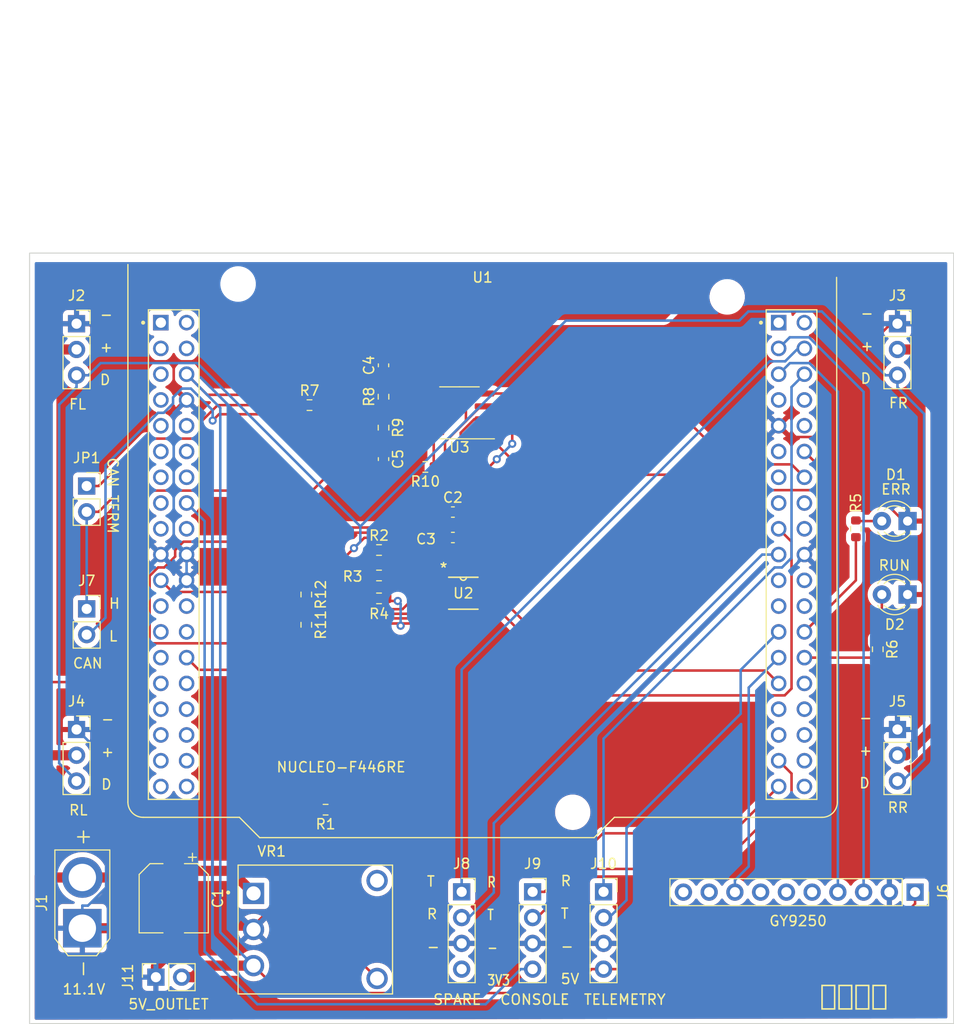
<source format=kicad_pcb>
(kicad_pcb (version 20221018) (generator pcbnew)
  (layers (0 "F.Cu" signal) (31 "B.Cu" signal) (34 "B.Paste" user) (35 "F.Paste" user) (36 "B.SilkS" user "B.Silkscreen") (37 "F.SilkS" user "F.Silkscreen") (38 "B.Mask" user) (39 "F.Mask" user) (44 "Edge.Cuts" user))
  (net 0 "")
  (net 1 "GND")
  (net 2 "Net-(D1-A)")
  (net 3 "Net-(D2-A)")
  (net 4 "+5V")
  (net 5 "GY_SCL")
  (net 6 "GY_SDA")
  (net 10 "GY_INT")
  (net 13 "Net-(J9-RX)")
  (net 14 "Net-(J9-TX)")
  (net 15 "+3.3V")
  (net 16 "Net-(J10-RX)")
  (net 17 "Net-(J10-TX)")
  (net 18 "LED_ERR")
  (net 19 "LED_RUN")
  (net 20 "Net-(JP1-A)")
  (net 21 "Net-(J7-CANL)")
  (net 22 "Net-(C4-Pad1)")
  (net 23 "Net-(J7-CANH)")
  (net 24 "Net-(C5-Pad1)")
  (net 25 "Net-(U3-Rs)")
  (net 26 "Net-(U1A-PA0)")
  (net 27 "+BATT")
  (net 28 "CAN_TX")
  (net 29 "CAN_RX")
  (net 31 "MOTOR_TXE")
  (net 32 "Net-(J2-DATA)")
  (net 33 "MOTOR_TX")
  (net 34 "MOTOR_RX")
  (net 63 "Net-(J8-TX)")
  (net 70 "Net-(J8-RX)")
  (net 80 "Net-(VR1-VO_ADJ)")
  (footprint "Capacitor_SMD:C_0603_1608Metric" (layer "F.Cu") (at 153.289 61.1 90)
    (fp_text reference "C4")
    (fp_text value "560p")
  )
  (footprint "Capacitor_SMD:C_0603_1608Metric" (layer "F.Cu") (at 160.134 75.565)
    (fp_text reference "C2")
    (fp_text value "0.1u")
  )
  (footprint "Resistor_SMD:R_0603_1608Metric" (layer "F.Cu") (at 145.669 86.677 -90)
    (fp_text reference "R11")
    (fp_text value "12k")
  )
  (footprint "Resistor_SMD:R_0603_1608Metric" (layer "F.Cu") (at 153.289 64.198 90)
    (fp_text reference "R8")
    (fp_text value "100")
  )
  (footprint "Resistor_SMD:R_0603_1608Metric" (layer "F.Cu") (at 152.845 79.308)
    (fp_text reference "R2")
    (fp_text value "10k")
  )
  (footprint "Connector_PinSocket_2.54mm:PinSocket_1x04_P2.54mm_Vertical" (layer "F.Cu") (at 175 113)
    (fp_text reference "J10")
    (fp_text value "TELEMETRY_UART")
  )
  (footprint "Resistor_SMD:R_0603_1608Metric" (layer "F.Cu") (at 199.898 77.216 -90)
    (fp_text reference "R5")
    (fp_text value "100")
  )
  (footprint "Connector_PinSocket_2.54mm:PinSocket_1x04_P2.54mm_Vertical" (layer "F.Cu") (at 168 113)
    (fp_text reference "J9")
    (fp_text value "CONSOLE_UART")
  )
  (footprint "Connector_PinSocket_2.54mm:PinSocket_1x02_P2.54mm_Vertical" (layer "F.Cu") (at 124 73)
    (fp_text reference "JP1")
    (fp_text value "TERMINAL_R")
  )
  (footprint "Connector_PinSocket_2.54mm:PinSocket_1x03_P2.54mm_Vertical" (layer "F.Cu") (at 204 97)
    (fp_text reference "J5")
    (fp_text value "MOTOR_RR")
  )
  (footprint "Connector_PinSocket_2.54mm:PinSocket_1x02_P2.54mm_Vertical" (layer "F.Cu") (at 124 85.11)
    (fp_text reference "J7")
    (fp_text value "Screw_Terminal_01x02")
  )
  (footprint "Resistor_SMD:R_0603_1608Metric" (layer "F.Cu") (at 157.417 71.12 180)
    (fp_text reference "R10")
    (fp_text value "10k")
  )
  (footprint "PTH08080WAH:VREG_PTH08080WAH" (layer "F.Cu") (at 146.559 116.714)
    (fp_text reference "VR1")
    (fp_text value "PTH08080WAH")
  )
  (footprint "Connector_PinSocket_2.54mm:PinSocket_1x03_P2.54mm_Vertical" (layer "F.Cu") (at 123 57)
    (fp_text reference "J2")
    (fp_text value "MOTOR_FL")
  )
  (footprint "Connector_PinSocket_2.54mm:PinSocket_1x03_P2.54mm_Vertical" (layer "F.Cu") (at 123 97)
    (fp_text reference "J4")
    (fp_text value "MOTOR_RL")
  )
  (footprint "Connector_PinSocket_2.54mm:PinSocket_1x03_P2.54mm_Vertical" (layer "F.Cu") (at 204 57)
    (fp_text reference "J3")
    (fp_text value "MOTOR_FR")
  )
  (footprint "Package_SO:SOIC-8_3.9x4.9mm_P1.27mm" (layer "F.Cu") (at 160.782 65.786 180)
    (fp_text reference "U3")
    (fp_text value "MCP2551-I-SN")
  )
  (footprint "Connector_PinSocket_2.54mm:PinSocket_1x02_P2.54mm_Vertical" (layer "F.Cu") (at 130.83 121.412 90)
    (fp_text reference "J11")
    (fp_text value "5V_OUTLET")
  )
  (footprint "Connector_AMASS:AMASS_XT30U-F_1x02_P5.0mm_Vertical" (layer "F.Cu") (at 123.571 116.586 90)
    (fp_text reference "J1")
    (fp_text value "Conn_01x02")
  )
  (footprint "Resistor_SMD:R_0603_1608Metric" (layer "F.Cu") (at 153.289 67.247 -90)
    (fp_text reference "R9")
    (fp_text value "100")
  )
  (footprint "LED_THT:LED_D3.0mm" (layer "F.Cu") (at 205 83.693 180)
    (fp_text reference "D2")
    (fp_text value "LED_RUN")
  )
  (footprint "PTH08080WAH:DCT8" (layer "F.Cu") (at 161.163 83.566)
    (fp_text reference "U2")
    (fp_text value "74LVC2G241DCTRE4")
  )
  (footprint "Connector_PinSocket_2.54mm:PinSocket_1x04_P2.54mm_Vertical" (layer "F.Cu") (at 161 113)
    (fp_text reference "J8")
    (fp_text value "SPARE_UART")
  )
  (footprint "Capacitor_SMD:C_0603_1608Metric" (layer "F.Cu") (at 153.289 70.345 -90)
    (fp_text reference "C5")
    (fp_text value "560p")
  )
  (footprint "Connector_PinSocket_2.54mm:PinSocket_1x10_P2.54mm_Vertical" (layer "F.Cu") (at 205.74 113.03 -90)
    (fp_text reference "J6")
    (fp_text value "GY-9250")
  )
  (footprint "NUCLEO-F446RE:MODULE_NUCLEO-F446RE" (layer "F.Cu") (at 163.068 66.406)
    (fp_text reference "U1")
    (fp_text value "NUCLEO-F446RE")
  )
  (footprint "Resistor_SMD:R_0603_1608Metric" (layer "F.Cu") (at 202.057 89.09 -90)
    (fp_text reference "R6")
    (fp_text value "100")
  )
  (footprint "LED_THT:LED_D3.0mm" (layer "F.Cu") (at 205 76.454 180)
    (fp_text reference "D1")
    (fp_text value "LED_ERR")
  )
  (footprint "Capacitor_SMD:C_0603_1608Metric" (layer "F.Cu") (at 160.134 78.075)
    (fp_text reference "C3")
    (fp_text value "0.1u")
  )
  (footprint "Capacitor_SMD:CP_Elec_6.3x7.7" (layer "F.Cu") (at 132.588 113.632 -90)
    (fp_text reference "C1")
    (fp_text value "100u")
  )
  (footprint "Resistor_SMD:R_0603_1608Metric" (layer "F.Cu") (at 145.669 83.692 -90)
    (fp_text reference "R12")
    (fp_text value "2.4k")
  )
  (footprint "Resistor_SMD:R_0603_1608Metric" (layer "F.Cu") (at 152.845 84.074)
    (fp_text reference "R4")
    (fp_text value "10k")
  )
  (footprint "Resistor_SMD:R_0603_1608Metric" (layer "F.Cu") (at 152.845 81.818)
    (fp_text reference "R3")
    (fp_text value "10k")
  )
  (footprint "Resistor_SMD:R_0603_1608Metric" (layer "F.Cu") (at 147.574 104.902 180)
    (fp_text reference "R1")
    (fp_text value "348")
  )
  (footprint "Resistor_SMD:R_0603_1608Metric" (layer "F.Cu") (at 145.987 65.024)
    (fp_text reference "R7")
    (fp_text value "120")
  )
  (gr_rect (start 118.364 50.038) (end 209.55 125.984) (stroke (width 0.1)) (fill none) (layer "Edge.Cuts"))
  (gr_text "-\n\n+\n\nD" (at 125.222 63.119) (layer "F.SilkS") (effects (font (size 1 1)) (justify left bottom)))
  (gr_text "H\n\nL" (at 126.111 88.392) (layer "F.SilkS") (effects (font (size 1 1)) (justify left bottom)))
  (gr_text "RR" (at 202.946 105.283) (layer "F.SilkS") (effects (font (size 1 1)) (justify left bottom)))
  (gr_text "GY9250\n" (at 191.262 116.459) (layer "F.SilkS") (effects (font (size 1 1)) (justify left bottom)))
  (gr_text "-\n\n+\n\nD" (at 200.152 102.87) (layer "F.SilkS") (effects (font (size 1 1)) (justify left bottom)))
  (gr_text "칠전팔기" (at 152.273 53.086) (layer "F.SilkS") (effects (font (size 1 1)) (justify left bottom)))
  (gr_text "칠전팔기" (at 196.342 124.46) (layer "F.SilkS") (effects (font (size 2 2)) (justify left bottom)))
  (gr_text "ERR" (at 202.311 73.914) (layer "F.SilkS") (effects (font (size 1 1)) (justify left bottom)))
  (gr_text "RL\n" (at 122.174 105.537) (layer "F.SilkS") (effects (font (size 1 1)) (justify left bottom)))
  (gr_text "CONSOLE\n" (at 164.719 124.206) (layer "F.SilkS") (effects (font (size 1 1)) (justify left bottom)))
  (gr_text "CAN TERM" (at 125.984 70.104 -90) (layer "F.SilkS") (effects (font (size 1 1)) (justify left bottom)))
  (gr_text "T\n\nR\n\n-" (at 157.48 118.999) (layer "F.SilkS") (effects (font (size 1 1)) (justify left bottom)))
  (gr_text "FL" (at 122.174 65.532) (layer "F.SilkS") (effects (font (size 1 1)) (justify left bottom)))
  (gr_text "-\n\n+\n\nD" (at 200.279 62.992) (layer "F.SilkS") (effects (font (size 1 1)) (justify left bottom)))
  (gr_text "CAN" (at 122.555 91.059) (layer "F.SilkS") (effects (font (size 1 1)) (justify left bottom)))
  (gr_text "RUN" (at 202.057 81.407) (layer "F.SilkS") (effects (font (size 1 1)) (justify left bottom)))
  (gr_text "SPARE" (at 158.115 124.206) (layer "F.SilkS") (effects (font (size 1 1)) (justify left bottom)))
  (gr_text "11.1V\n" (at 121.539 123.19) (layer "F.SilkS") (effects (font (size 1 1)) (justify left bottom)))
  (gr_text "FR" (at 203.073 65.405) (layer "F.SilkS") (effects (font (size 1 1)) (justify left bottom)))
  (gr_text "R\n\nT\n\n-\n\n3V3" (at 163.449 122.301) (layer "F.SilkS") (effects (font (size 1 0.8)) (justify left bottom)))
  (gr_text "R\n\nT\n\n-\n\n5V\n" (at 170.688 122.174) (layer "F.SilkS") (effects (font (size 1 1)) (justify left bottom)))
  (gr_text "-\n\n+\n\nD" (at 125.349 102.997) (layer "F.SilkS") (effects (font (size 1 1)) (justify left bottom)))
  (gr_text "TELEMETRY\n" (at 172.974 124.206) (layer "F.SilkS") (effects (font (size 1 1)) (justify left bottom)))
  (segment (start 199.35 75.2237) (end 199.35 75.057) (width 0.25) (layer "F.Cu") (net 1))
  (segment (start 145.669 82.867) (end 146.085 82.4507) (width 0.25) (layer "F.Cu") (net 1))
  (segment (start 147.585 82.4507) (end 147.585 79.999) (width 0.25) (layer "F.Cu") (net 1))
  (segment (start 152.908 60.706) (end 132.588 60.706) (width 0.25) (layer "F.Cu") (net 1))
  (segment (start 158.36 84.541) (end 159.4676 84.541) (width 0.25) (layer "F.Cu") (net 1))
  (segment (start 154.686 78.486) (end 154.686 80.802) (width 0.25) (layer "F.Cu") (net 1))
  (segment (start 154.686 80.802) (end 153.67 81.818) (width 0.25) (layer "F.Cu") (net 1))
  (segment (start 149.987 77.597) (end 153.797 77.597) (width 0.25) (layer "F.Cu") (net 1))
  (segment (start 203.2 113.03) (end 203.2 114.427) (width 0.25) (layer "F.Cu") (net 1))
  (segment (start 156.592 71.12) (end 153.289 71.12) (width 0.25) (layer "F.Cu") (net 1))
  (segment (start 159.4676 84.541) (end 159.468 84.541) (width 0.25) (layer "F.Cu") (net 1))
  (segment (start 199.35 75.057) (end 199.35 75.2237) (width 0.25) (layer "F.Cu") (net 1))
  (segment (start 130.83 120.376) (end 132.588 118.618) (width 1) (layer "F.Cu") (net 1))
  (segment (start 203.073 74.93) (end 199.477 74.93) (width 0.25) (layer "F.Cu") (net 1))
  (segment (start 160.909 76.3887) (end 160.909 75.565) (width 0.25) (layer "F.Cu") (net 1))
  (segment (start 162.235 66.421) (end 163.257 66.421) (width 0.25) (layer "F.Cu") (net 1))
  (segment (start 160.909 76.3887) (end 160.909 78.075) (width 0.25) (layer "F.Cu") (net 1))
  (segment (start 199.35 75.2237) (end 194.818 79.756) (width 0.25) (layer "F.Cu") (net 1))
  (segment (start 168 118.08) (end 161 118.08) (width 0.25) (layer "F.Cu") (net 1))
  (segment (start 205 76.454) (end 204.597 76.454) (width 0.25) (layer "F.Cu") (net 1))
  (segment (start 147.585 83.0691) (end 150.561 86.045) (width 0.25) (layer "F.Cu") (net 1))
  (segment (start 197.326 68.1672) (end 197.326 63.0241) (width 0.25) (layer "F.Cu") (net 1))
  (segment (start 197.326 63.0241) (end 203.35 57) (width 0.25) (layer "F.Cu") (net 1))
  (segment (start 199.477 74.93) (end 199.35 75.057) (width 0.25) (layer "F.Cu") (net 1))
  (segment (start 146.749 110.047) (end 146.749 104.902) (width 0.25) (layer "F.Cu") (net 1))
  (segment (start 158.877 76.835) (end 156.592 74.55) (width 0.25) (layer "F.Cu") (net 1))
  (segment (start 132.588 118.618) (end 132.588 116.332) (width 1) (layer "F.Cu") (net 1))
  (segment (start 154.686 78.486) (end 155.448 79.248) (width 0.25) (layer "F.Cu") (net 1))
  (segment (start 127.883 60.706) (end 124.177 57) (width 0.25) (layer "F.Cu") (net 1))
  (segment (start 132.588 63.246) (end 132.588 60.706) (width 0.25) (layer "F.Cu") (net 1))
  (segment (start 146.085 82.4507) (end 147.585 82.4507) (width 0.25) (layer "F.Cu") (net 1))
  (segment (start 204.597 76.454) (end 203.073 74.93) (width 0.25) (layer "F.Cu") (net 1))
  (segment (start 192.278 67.056) (end 193.389 68.1672) (width 0.25) (layer "F.Cu") (net 1))
  (segment (start 203.2 114.427) (end 199.547 118.08) (width 0.25) (layer "F.Cu") (net 1))
  (segment (start 193.389 68.1672) (end 197.326 68.1672) (width 0.25) (layer "F.Cu") (net 1))
  (segment (start 147.585 79.999) (end 149.987 77.597) (width 0.25) (layer "F.Cu") (net 1))
  (segment (start 160.909 75.565) (end 160.909 67.7474) (width 0.25) (layer "F.Cu") (net 1))
  (segment (start 156.592 74.55) (end 156.592 71.12) (width 0.25) (layer "F.Cu") (net 1))
  (segment (start 159.736 79.248) (end 160.909 78.075) (width 0.25) (layer "F.Cu") (net 1))
  (segment (start 155.448 79.248) (end 159.736 79.248) (width 0.25) (layer "F.Cu") (net 1))
  (segment (start 132.588 116.332) (end 140.082 116.332) (width 1) (layer "F.Cu") (net 1))
  (segment (start 160.909 76.3887) (end 160.463 76.835) (width 0.25) (layer "F.Cu") (net 1))
  (segment (start 160.463 76.835) (end 158.877 76.835) (width 0.25) (layer "F.Cu") (net 1))
  (segment (start 133.858 64.516) (end 132.588 63.246) (width 0.25) (layer "F.Cu") (net 1))
  (segment (start 140.273 116.523) (end 140.464 116.714) (width 1) (layer "F.Cu") (net 1))
  (segment (start 168 118.08) (end 175 118.08) (width 0.25) (layer "F.Cu") (net 1))
  (segment (start 135.128 81.026) (end 143.828 81.026) (width 0.25) (layer "F.Cu") (net 1))
  (segment (start 199.35 70.1916) (end 197.326 68.1672) (width 0.25) (layer "F.Cu") (net 1))
  (segment (start 153.289 60.325) (end 152.908 60.706) (width 0.25) (layer "F.Cu") (net 1))
  (segment (start 132.334 116.586) (end 132.588 116.332) (width 1) (layer "F.Cu") (net 1))
  (segment (start 156.856 86.045) (end 158.36 84.541) (width 0.25) (layer "F.Cu") (net 1))
  (segment (start 199.547 118.08) (end 175 118.08) (width 0.25) (layer "F.Cu") (net 1))
  (segment (start 153.797 77.597) (end 154.686 78.486) (width 0.25) (layer "F.Cu") (net 1))
  (segment (start 150.561 86.045) (end 156.856 86.045) (width 0.25) (layer "F.Cu") (net 1))
  (segment (start 124.177 57) (end 123 57) (width 0.25) (layer "F.Cu") (net 1))
  (segment (start 160.909 67.7474) (end 162.235 66.421) (width 0.25) (layer "F.Cu") (net 1))
  (segment (start 143.828 81.026) (end 145.669 82.867) (width 0.25) (layer "F.Cu") (net 1))
  (segment (start 140.082 116.332) (end 140.273 116.523) (width 1) (layer "F.Cu") (net 1))
  (segment (start 123.571 116.586) (end 132.334 116.586) (width 1) (layer "F.Cu") (net 1))
  (segment (start 203.35 57) (end 204 57) (width 0.25) (layer "F.Cu") (net 1))
  (segment (start 132.588 60.706) (end 127.883 60.706) (width 0.25) (layer "F.Cu") (net 1))
  (segment (start 140.273 116.523) (end 146.749 110.047) (width 0.25) (layer "F.Cu") (net 1))
  (segment (start 199.35 75.057) (end 199.35 70.1916) (width 0.25) (layer "F.Cu") (net 1))
  (segment (start 133.858 79.756) (end 135.128 81.026) (width 0.25) (layer "F.Cu") (net 1))
  (segment (start 147.585 82.4507) (end 147.585 83.0691) (width 0.25) (layer "F.Cu") (net 1))
  (segment (start 130.83 121.412) (end 130.83 120.376) (width 1) (layer "F.Cu") (net 1))
  (segment (start 127.858 83.2163) (end 131.318 79.756) (width 0.25) (layer "B.Cu") (net 1))
  (segment (start 205 83.693) (end 205 76.454) (width 0.25) (layer "B.Cu") (net 1))
  (segment (start 132.588 65.786) (end 133.858 64.516) (width 0.25) (layer "B.Cu") (net 1))
  (segment (start 123 95.8231) (end 127.858 90.9654) (width 0.25) (layer "B.Cu") (net 1))
  (segment (start 205 84.9199) (end 204 85.9199) (width 0.25) (layer "B.Cu") (net 1))
  (segment (start 123.571 114.359) (end 124.128 114.359) (width 0.25) (layer "B.Cu") (net 1))
  (segment (start 127.858 90.9654) (end 127.858 83.2163) (width 0.25) (layer "B.Cu") (net 1))
  (segment (start 202.974 97) (end 204 97) (width 0.25) (layer "B.Cu") (net 1))
  (segment (start 203.2 111.853) (end 201.676 110.329) (width 0.25) (layer "B.Cu") (net 1))
  (segment (start 203.2 113.03) (end 203.2 111.853) (width 0.25) (layer "B.Cu") (net 1))
  (segment (start 124.128 114.359) (end 125.91 112.577) (width 0.25) (layer "B.Cu") (net 1))
  (segment (start 201.676 110.329) (end 201.676 98.298) (width 0.25) (layer "B.Cu") (net 1))
  (segment (start 123.571 116.586) (end 123.571 114.359) (width 0.25) (layer "B.Cu") (net 1))
  (segment (start 201.676 98.298) (end 202.974 97) (width 0.25) (layer "B.Cu") (net 1))
  (segment (start 141.83 118.08) (end 140.464 116.714) (width 0.25) (layer "B.Cu") (net 1))
  (segment (start 205 83.693) (end 205 84.9199) (width 0.25) (layer "B.Cu") (net 1))
  (segment (start 131.318 79.756) (end 132.588 78.486) (width 0.25) (layer "B.Cu") (net 1))
  (segment (start 204 85.9199) (end 204 97) (width 0.25) (layer "B.Cu") (net 1))
  (segment (start 132.588 78.486) (end 132.588 65.786) (width 0.25) (layer "B.Cu") (net 1))
  (segment (start 123 97) (end 123 95.8231) (width 0.25) (layer "B.Cu") (net 1))
  (segment (start 161 118.08) (end 141.83 118.08) (width 0.25) (layer "B.Cu") (net 1))
  (segment (start 123.035 97) (end 123 97) (width 0.25) (layer "B.Cu") (net 1))
  (segment (start 132.747 78.6447) (end 132.588 78.486) (width 0.25) (layer "B.Cu") (net 1))
  (segment (start 125.91 99.8748) (end 123.035 97) (width 0.25) (layer "B.Cu") (net 1))
  (segment (start 133.858 82.296) (end 133.858 79.756) (width 0.25) (layer "B.Cu") (net 1))
  (segment (start 133.858 79.756) (end 132.747 78.6447) (width 0.25) (layer "B.Cu") (net 1))
  (segment (start 125.91 112.577) (end 125.91 99.8748) (width 0.25) (layer "B.Cu") (net 1))
  (segment (start 199.961 76.454) (end 199.898 76.391) (width 0.25) (layer "F.Cu") (net 2))
  (segment (start 202.46 76.454) (end 199.961 76.454) (width 0.25) (layer "F.Cu") (net 2))
  (segment (start 202.46 87.862) (end 202.057 88.265) (width 0.25) (layer "F.Cu") (net 3))
  (segment (start 202.46 83.693) (end 202.46 87.862) (width 0.25) (layer "F.Cu") (net 3))
  (segment (start 163.696 65.151) (end 163.257 65.151) (width 0.25) (layer "F.Cu") (net 4))
  (segment (start 153.133 82.931) (end 152.823 82.6207) (width 0.25) (layer "F.Cu") (net 4))
  (segment (start 161.751 81.4544) (end 162.179 81.026) (width 0.25) (layer "F.Cu") (net 4))
  (segment (start 161.751 81.534) (end 161.751 81.4544) (width 0.25) (layer "F.Cu") (net 4))
  (segment (start 161.751 82.0637) (end 161.751 82.591) (width 0.25) (layer "F.Cu") (net 4))
  (segment (start 134.488 121.412) (end 133.37 121.412) (width 1) (layer "F.Cu") (net 4))
  (segment (start 155.956 81.534) (end 154.559 82.931) (width 0.25) (layer "F.Cu") (net 4))
  (segment (start 143.165 122.975) (end 171.468 122.975) (width 0.25) (layer "F.Cu") (net 4))
  (segment (start 152.823 82.6207) (end 152.823 80.1111) (width 0.25) (layer "F.Cu") (net 4))
  (segment (start 161.42 66.5951) (end 159.359 68.6561) (width 0.25) (layer "F.Cu") (net 4))
  (segment (start 152.02 84.074) (end 152.02 83.438) (width 0.25) (layer "F.Cu") (net 4))
  (segment (start 161.42 64.519) (end 161.42 66.5951) (width 0.25) (layer "F.Cu") (net 4))
  (segment (start 135.89 64.008) (end 151.765 64.008) (width 0.25) (layer "F.Cu") (net 4))
  (segment (start 165.989 66.908) (end 164.232 65.151) (width 0.25) (layer "F.Cu") (net 4))
  (segment (start 152.823 82.6349) (end 152.823 82.6207) (width 0.25) (layer "F.Cu") (net 4))
  (segment (start 199.293 120.62) (end 205.74 114.173) (width 0.25) (layer "F.Cu") (net 4))
  (segment (start 164.232 65.151) (end 163.696 65.151) (width 0.25) (layer "F.Cu") (net 4))
  (segment (start 161.751 82.591) (end 162.858 82.591) (width 0.25) (layer "F.Cu") (net 4))
  (segment (start 152.02 84.328) (end 152.02 84.074) (width 0.25) (layer "F.Cu") (net 4))
  (segment (start 162.179 81.026) (end 162.179 72.644) (width 0.25) (layer "F.Cu") (net 4))
  (segment (start 162.179 72.644) (end 164.465 70.358) (width 0.25) (layer "F.Cu") (net 4))
  (segment (start 205.74 114.173) (end 205.74 113.03) (width 0.25) (layer "F.Cu") (net 4))
  (segment (start 161.751 82.0637) (end 161.751 81.534) (width 0.25) (layer "F.Cu") (net 4))
  (segment (start 156.72 62.738) (end 159.639 62.738) (width 0.25) (layer "F.Cu") (net 4))
  (segment (start 151.892 64.135) (end 155.323 64.135) (width 0.25) (layer "F.Cu") (net 4))
  (segment (start 175 120.62) (end 199.293 120.62) (width 0.25) (layer "F.Cu") (net 4))
  (segment (start 135.626 120.274) (end 134.488 121.412) (width 1) (layer "F.Cu") (net 4))
  (segment (start 163.696 65.151) (end 163.257 65.151) (width 0.25) (layer "F.Cu") (net 4))
  (segment (start 161.751 81.534) (end 155.956 81.534) (width 0.25) (layer "F.Cu") (net 4))
  (segment (start 165.989 68.834) (end 165.989 66.908) (width 0.25) (layer "F.Cu") (net 4))
  (segment (start 155.323 64.135) (end 156.72 62.738) (width 0.25) (layer "F.Cu") (net 4))
  (segment (start 151.765 64.008) (end 151.892 64.135) (width 0.25) (layer "F.Cu") (net 4))
  (segment (start 152.02 83.438) (end 152.823 82.6349) (width 0.25) (layer "F.Cu") (net 4))
  (segment (start 173.823 120.62) (end 175 120.62) (width 0.25) (layer "F.Cu") (net 4))
  (segment (start 159.639 62.738) (end 161.42 64.519) (width 0.25) (layer "F.Cu") (net 4))
  (segment (start 154.559 82.931) (end 153.133 82.931) (width 0.25) (layer "F.Cu") (net 4))
  (segment (start 133.858 61.976) (end 135.89 64.008) (width 0.25) (layer "F.Cu") (net 4))
  (segment (start 152.823 80.1111) (end 152.02 79.308) (width 0.25) (layer "F.Cu") (net 4))
  (segment (start 162.864 65.151) (end 161.42 66.5951) (width 0.25) (layer "F.Cu") (net 4))
  (segment (start 163.257 65.151) (end 162.864 65.151) (width 0.25) (layer "F.Cu") (net 4))
  (segment (start 161.751 82.0637) (end 161.751 81.534) (width 0.25) (layer "F.Cu") (net 4))
  (segment (start 162.858 82.591) (end 162.8585 82.591) (width 0.25) (layer "F.Cu") (net 4))
  (segment (start 140.464 120.274) (end 135.626 120.274) (width 1) (layer "F.Cu") (net 4))
  (segment (start 171.468 122.975) (end 173.823 120.62) (width 0.25) (layer "F.Cu") (net 4))
  (segment (start 140.464 120.274) (end 143.165 122.975) (width 0.25) (layer "F.Cu") (net 4))
  (segment (start 159.359 68.6561) (end 159.359 75.565) (width 0.25) (layer "F.Cu") (net 4))
  (via (at 165.989 68.834) (size 0.8) (drill 0.4) (layers "F.Cu" "B.Cu") (net 4))
  (via (at 164.465 70.358) (size 0.8) (drill 0.4) (layers "F.Cu" "B.Cu") (net 4))
  (segment (start 165.862 68.961) (end 165.626 69.1965) (width 0.25) (layer "B.Cu") (net 4))
  (segment (start 133.858 61.976) (end 137.181 65.2989) (width 0.25) (layer "B.Cu") (net 4))
  (segment (start 165.989 68.834) (end 165.862 68.961) (width 0.25) (layer "B.Cu") (net 4))
  (segment (start 164.465 70.358) (end 165.862 68.961) (width 0.25) (layer "B.Cu") (net 4))
  (segment (start 137.181 65.2989) (end 137.181 116.991) (width 0.25) (layer "B.Cu") (net 4))
  (segment (start 137.181 116.991) (end 140.464 120.274) (width 0.25) (layer "B.Cu") (net 4))
  (segment (start 195.283 58.3404) (end 200.66 63.7171) (width 0.25) (layer "B.Cu") (net 5))
  (segment (start 200.66 63.7171) (end 200.66 113.03) (width 0.25) (layer "B.Cu") (net 5))
  (segment (start 193.374 58.3404) (end 195.283 58.3404) (width 0.25) (layer "B.Cu") (net 5))
  (segment (start 192.278 59.436) (end 193.374 58.3404) (width 0.25) (layer "B.Cu") (net 5))
  (segment (start 195.307 60.8824) (end 198.12 63.6958) (width 0.25) (layer "B.Cu") (net 6))
  (segment (start 193.385 60.8824) (end 195.307 60.8824) (width 0.25) (layer "B.Cu") (net 6))
  (segment (start 198.12 63.6958) (end 198.12 113.03) (width 0.25) (layer "B.Cu") (net 6))
  (segment (start 192.278 61.976) (end 192.291 61.976) (width 0.25) (layer "B.Cu") (net 6))
  (segment (start 192.291 61.976) (end 193.385 60.8824) (width 0.25) (layer "B.Cu") (net 6))
  (segment (start 187.96 113.03) (end 187.96 111.853) (width 0.25) (layer "B.Cu") (net 10))
  (segment (start 189.325 110.488) (end 189.325 92.8694) (width 0.25) (layer "B.Cu") (net 10))
  (segment (start 187.96 111.853) (end 189.325 110.488) (width 0.25) (layer "B.Cu") (net 10))
  (segment (start 189.325 92.8694) (end 192.278 89.916) (width 0.25) (layer "B.Cu") (net 10))
  (segment (start 187.663 107.231) (end 192.278 102.616) (width 0.25) (layer "F.Cu") (net 13))
  (segment (start 168 113) (end 169.177 113) (width 0.25) (layer "F.Cu") (net 13))
  (segment (start 174.946 107.231) (end 187.663 107.231) (width 0.25) (layer "F.Cu") (net 13))
  (segment (start 169.177 113) (end 174.946 107.231) (width 0.25) (layer "F.Cu") (net 13))
  (segment (start 168.432 115.54) (end 168 115.54) (width 0.25) (layer "F.Cu") (net 14))
  (segment (start 192.278 100.076) (end 193.548 101.346) (width 0.25) (layer "F.Cu") (net 14))
  (segment (start 193.548 103.378) (end 186.182 110.744) (width 0.25) (layer "F.Cu") (net 14))
  (segment (start 173.228 110.744) (end 168.432 115.54) (width 0.25) (layer "F.Cu") (net 14))
  (segment (start 186.182 110.744) (end 173.228 110.744) (width 0.25) (layer "F.Cu") (net 14))
  (segment (start 193.548 101.346) (end 193.548 103.378) (width 0.25) (layer "F.Cu") (net 14))
  (segment (start 166.823 120.62) (end 168 120.62) (width 0.25) (layer "B.Cu") (net 15))
  (segment (start 163.364 124.079) (end 166.823 120.62) (width 0.25) (layer "B.Cu") (net 15))
  (segment (start 133.858 74.676) (end 135.636 76.454) (width 0.25) (layer "B.Cu") (net 15))
  (segment (start 135.636 76.454) (end 135.636 118.872) (width 0.25) (layer "B.Cu") (net 15))
  (segment (start 135.636 118.872) (end 140.843 124.079) (width 0.25) (layer "B.Cu") (net 15))
  (segment (start 140.843 124.079) (end 163.364 124.079) (width 0.25) (layer "B.Cu") (net 15))
  (segment (start 193.548 63.246) (end 193.548 80.0885) (width 0.25) (layer "B.Cu") (net 16))
  (segment (start 175 97.9038) (end 175 113) (width 0.25) (layer "B.Cu") (net 16))
  (segment (start 193.548 80.0885) (end 192.61 81.026) (width 0.25) (layer "B.Cu") (net 16))
  (segment (start 186.798 86.106) (end 175 97.9038) (width 0.25) (layer "B.Cu") (net 16))
  (segment (start 194.818 61.976) (end 193.548 63.246) (width 0.25) (layer "B.Cu") (net 16))
  (segment (start 191.878 81.026) (end 186.798 86.106) (width 0.25) (layer "B.Cu") (net 16))
  (segment (start 192.61 81.026) (end 191.878 81.026) (width 0.25) (layer "B.Cu") (net 16))
  (segment (start 175 115.54) (end 175.544 115.54) (width 0.25) (layer "B.Cu") (net 17))
  (segment (start 177.268 106.704) (end 185.087 98.8854) (width 0.25) (layer "B.Cu") (net 17))
  (segment (start 188.531 95.4414) (end 188.531 91.1226) (width 0.25) (layer "B.Cu") (net 17))
  (segment (start 177.268 113.816) (end 177.268 106.704) (width 0.25) (layer "B.Cu") (net 17))
  (segment (start 175.544 115.54) (end 177.268 113.816) (width 0.25) (layer "B.Cu") (net 17))
  (segment (start 188.531 91.1226) (end 192.278 87.376) (width 0.25) (layer "B.Cu") (net 17))
  (segment (start 185.087 98.8854) (end 188.531 95.4414) (width 0.25) (layer "B.Cu") (net 17))
  (segment (start 199.898 82.296) (end 199.898 78.041) (width 0.25) (layer "F.Cu") (net 18))
  (segment (start 194.818 87.376) (end 199.898 82.296) (width 0.25) (layer "F.Cu") (net 18))
  (segment (start 194.818 89.916) (end 202.056 89.916) (width 0.25) (layer "F.Cu") (net 19))
  (segment (start 202.056 89.916) (end 202.057 89.915) (width 0.25) (layer "F.Cu") (net 19))
  (segment (start 135.256 66.6922) (end 135.256 68.0708) (width 0.25) (layer "F.Cu") (net 20))
  (segment (start 145.162 65.024) (end 136.924 65.024) (width 0.25) (layer "F.Cu") (net 20))
  (segment (start 135.256 68.0708) (end 135.001 68.326) (width 0.25) (layer "F.Cu") (net 20))
  (segment (start 136.924 65.024) (end 135.256 66.6922) (width 0.25) (layer "F.Cu") (net 20))
  (segment (start 135.001 68.326) (end 129.851 68.326) (width 0.25) (layer "F.Cu") (net 20))
  (segment (start 125.177 73) (end 124 73) (width 0.25) (layer "F.Cu") (net 20))
  (segment (start 129.851 68.326) (end 125.177 73) (width 0.25) (layer "F.Cu") (net 20))
  (segment (start 153.417 65.151) (end 153.289 65.023) (width 0.25) (layer "F.Cu") (net 21))
  (segment (start 146.812 65.024) (end 145.909 65.9266) (width 0.25) (layer "F.Cu") (net 21))
  (segment (start 158.307 65.151) (end 153.417 65.151) (width 0.25) (layer "F.Cu") (net 21))
  (segment (start 137.05 65.9266) (end 136.43 66.5467) (width 0.25) (layer "F.Cu") (net 21))
  (segment (start 145.909 65.9266) (end 137.05 65.9266) (width 0.25) (layer "F.Cu") (net 21))
  (segment (start 153.289 65.023) (end 153.288 65.024) (width 0.25) (layer "F.Cu") (net 21))
  (segment (start 153.288 65.024) (end 146.812 65.024) (width 0.25) (layer "F.Cu") (net 21))
  (via (at 136.43 66.5467) (size 0.8) (drill 0.4) (layers "F.Cu" "B.Cu") (net 21))
  (segment (start 132.522 64.8693) (end 131.605 65.786) (width 0.25) (layer "B.Cu") (net 21))
  (segment (start 132.522 64.265) (end 132.522 64.8693) (width 0.25) (layer "B.Cu") (net 21))
  (segment (start 134.289 63.3958) (end 133.391 63.3958) (width 0.25) (layer "B.Cu") (net 21))
  (segment (start 131.031 65.786) (end 125.857 70.9597) (width 0.25) (layer "B.Cu") (net 21))
  (segment (start 133.391 63.3958) (end 132.522 64.265) (width 0.25) (layer "B.Cu") (net 21))
  (segment (start 136.43 66.5467) (end 136.43 65.5367) (width 0.25) (layer "B.Cu") (net 21))
  (segment (start 136.43 65.5367) (end 134.289 63.3958) (width 0.25) (layer "B.Cu") (net 21))
  (segment (start 125.857 70.9597) (end 125.857 85.979) (width 0.25) (layer "B.Cu") (net 21))
  (segment (start 131.605 65.786) (end 131.031 65.786) (width 0.25) (layer "B.Cu") (net 21))
  (segment (start 125.857 85.979) (end 124.186 87.65) (width 0.25) (layer "B.Cu") (net 21))
  (segment (start 124.186 87.65) (end 124 87.65) (width 0.25) (layer "B.Cu") (net 21))
  (segment (start 153.289 63.373) (end 153.289 61.875) (width 0.25) (layer "F.Cu") (net 22))
  (segment (start 124 75.54) (end 125.177 75.54) (width 0.25) (layer "F.Cu") (net 23))
  (segment (start 146.261 73.4504) (end 153.289 66.422) (width 0.25) (layer "F.Cu") (net 23))
  (segment (start 158.307 66.421) (end 153.29 66.421) (width 0.25) (layer "F.Cu") (net 23))
  (segment (start 125.177 75.54) (end 127.266 73.4504) (width 0.25) (layer "F.Cu") (net 23))
  (segment (start 153.29 66.421) (end 153.289 66.422) (width 0.25) (layer "F.Cu") (net 23))
  (segment (start 127.266 73.4504) (end 146.261 73.4504) (width 0.25) (layer "F.Cu") (net 23))
  (segment (start 124 85.11) (end 124 75.54) (width 0.25) (layer "B.Cu") (net 23))
  (segment (start 153.289 68.072) (end 153.289 69.57) (width 0.25) (layer "F.Cu") (net 24))
  (segment (start 158.242 67.756) (end 158.242 71.12) (width 0.25) (layer "F.Cu") (net 25))
  (segment (start 158.307 67.691) (end 158.242 67.756) (width 0.25) (layer "F.Cu") (net 25))
  (segment (start 143.28 91.1149) (end 146.477 87.9175) (width 0.25) (layer "F.Cu") (net 26))
  (segment (start 146.477 87.9175) (end 146.477 86.6603) (width 0.25) (layer "F.Cu") (net 26))
  (segment (start 146.477 86.6603) (end 145.669 85.852) (width 0.25) (layer "F.Cu") (net 26))
  (segment (start 135.057 91.1149) (end 143.28 91.1149) (width 0.25) (layer "F.Cu") (net 26))
  (segment (start 145.669 84.517) (end 145.669 85.852) (width 0.25) (layer "F.Cu") (net 26))
  (segment (start 133.858 89.916) (end 135.057 91.1149) (width 0.25) (layer "F.Cu") (net 26))
  (segment (start 141.862 78.486) (end 143.259 77.089) (width 0.25) (layer "F.Cu") (net 27))
  (segment (start 131.042 81.026) (end 131.65 81.026) (width 0.25) (layer "F.Cu") (net 27))
  (segment (start 120.015 59.563) (end 120.015 53.594) (width 1) (layer "F.Cu") (net 27))
  (segment (start 207.772 96.618) (end 204.85 99.54) (width 1) (layer "F.Cu") (net 27))
  (segment (start 120.69 111.586) (end 120.015 110.911) (width 1) (layer "F.Cu") (net 27))
  (segment (start 158.373 77.089) (end 159.359 78.075) (width 0.25) (layer "F.Cu") (net 27))
  (segment (start 130.207 88.503) (end 144.668 88.503) (width 0.25) (layer "F.Cu") (net 27))
  (segment (start 123 59.54) (end 120.038 59.54) (width 1) (layer "F.Cu") (net 27))
  (segment (start 123.571 111.586) (end 131.934 111.586) (width 1) (layer "F.Cu") (net 27))
  (segment (start 143.259 77.089) (end 158.373 77.089) (width 0.25) (layer "F.Cu") (net 27))
  (segment (start 123.571 111.586) (end 120.69 111.586) (width 1) (layer "F.Cu") (net 27))
  (segment (start 121.031 52.578) (end 133.985 52.578) (width 1) (layer "F.Cu") (net 27))
  (segment (start 130.207 81.8611) (end 131.042 81.026) (width 0.25) (layer "F.Cu") (net 27))
  (segment (start 120.015 92.325) (end 126.385 92.325) (width 0.25) (layer "F.Cu") (net 27))
  (segment (start 207.772 59.182) (end 207.414 59.54) (width 1) (layer "F.Cu") (net 27))
  (segment (start 185.42 51.562) (end 204.851 51.562) (width 1) (layer "F.Cu") (net 27))
  (segment (start 120.015 99.568) (end 120.015 97.917) (width 1) (layer "F.Cu") (net 27))
  (segment (start 133.552 78.486) (end 141.862 78.486) (width 0.25) (layer "F.Cu") (net 27))
  (segment (start 207.772 59.182) (end 207.772 96.618) (width 1) (layer "F.Cu") (net 27))
  (segment (start 133.985 52.578) (end 137.541 56.134) (width 1) (layer "F.Cu") (net 27))
  (segment (start 120.038 59.54) (end 120.015 59.563) (width 1) (layer "F.Cu") (net 27))
  (segment (start 120.015 92.325) (end 120.015 59.563) (width 1) (layer "F.Cu") (net 27))
  (segment (start 207.414 59.54) (end 204 59.54) (width 1) (layer "F.Cu") (net 27))
  (segment (start 207.772 54.483) (end 207.772 59.182) (width 1) (layer "F.Cu") (net 27))
  (segment (start 120.015 97.917) (end 120.015 97.79) (width 1) (layer "F.Cu") (net 27))
  (segment (start 120.015 53.594) (end 121.031 52.578) (width 1) (layer "F.Cu") (net 27))
  (segment (start 132.73 79.3073) (end 133.552 78.486) (width 0.25) (layer "F.Cu") (net 27))
  (segment (start 180.848 56.134) (end 185.42 51.562) (width 1) (layer "F.Cu") (net 27))
  (segment (start 204.85 99.54) (end 204 99.54) (width 1) (layer "F.Cu") (net 27))
  (segment (start 130.207 88.503) (end 130.207 81.8611) (width 0.25) (layer "F.Cu") (net 27))
  (segment (start 138.242 110.932) (end 140.464 113.154) (width 1) (layer "F.Cu") (net 27))
  (segment (start 204.851 51.562) (end 207.772 54.483) (width 1) (layer "F.Cu") (net 27))
  (segment (start 120.015 110.911) (end 120.015 99.568) (width 1) (layer "F.Cu") (net 27))
  (segment (start 132.73 79.9462) (end 132.73 79.3073) (width 0.25) (layer "F.Cu") (net 27))
  (segment (start 132.588 110.932) (end 138.242 110.932) (width 1) (layer "F.Cu") (net 27))
  (segment (start 120.043 99.54) (end 123 99.54) (width 1) (layer "F.Cu") (net 27))
  (segment (start 120.015 97.79) (end 120.015 97.917) (width 0.25) (layer "F.Cu") (net 27))
  (segment (start 126.385 92.325) (end 130.207 88.503) (width 0.25) (layer "F.Cu") (net 27))
  (segment (start 131.934 111.586) (end 132.588 110.932) (width 1) (layer "F.Cu") (net 27))
  (segment (start 120.015 97.79) (end 120.015 92.325) (width 1) (layer "F.Cu") (net 27))
  (segment (start 131.65 81.026) (end 132.73 79.9462) (width 0.25) (layer "F.Cu") (net 27))
  (segment (start 137.541 56.134) (end 180.848 56.134) (width 1) (layer "F.Cu") (net 27))
  (segment (start 120.015 99.568) (end 120.043 99.54) (width 1) (layer "F.Cu") (net 27))
  (segment (start 144.668 88.503) (end 145.669 87.502) (width 0.25) (layer "F.Cu") (net 27))
  (segment (start 190.87 73.406) (end 189.35 71.886) (width 0.25) (layer "F.Cu") (net 28))
  (segment (start 196.596 71.374) (end 196.596 72.517) (width 0.25) (layer "F.Cu") (net 28))
  (segment (start 167.452 71.886) (end 163.257 67.691) (width 0.25) (layer "F.Cu") (net 28))
  (segment (start 189.35 71.886) (end 167.452 71.886) (width 0.25) (layer "F.Cu") (net 28))
  (segment (start 195.707 73.406) (end 190.87 73.406) (width 0.25) (layer "F.Cu") (net 28))
  (segment (start 196.596 72.517) (end 195.707 73.406) (width 0.25) (layer "F.Cu") (net 28))
  (segment (start 194.818 69.596) (end 196.596 71.374) (width 0.25) (layer "F.Cu") (net 28))
  (segment (start 194.818 72.136) (end 193.548 70.866) (width 0.25) (layer "F.Cu") (net 29))
  (segment (start 193.548 70.866) (end 190.87 70.866) (width 0.25) (layer "F.Cu") (net 29))
  (segment (start 190.87 70.866) (end 189.35 69.346) (width 0.25) (layer "F.Cu") (net 29))
  (segment (start 189.35 69.346) (end 186.059 69.346) (width 0.25) (layer "F.Cu") (net 29))
  (segment (start 186.059 69.346) (end 180.594 63.881) (width 0.25) (layer "F.Cu") (net 29))
  (segment (start 180.594 63.881) (end 163.257 63.881) (width 0.25) (layer "F.Cu") (net 29))
  (segment (start 150.241 83.597) (end 152.02 81.818) (width 0.25) (layer "F.Cu") (net 31))
  (segment (start 164.048 83.241) (end 162.8585 83.241) (width 0.25) (layer "F.Cu") (net 31))
  (segment (start 160.576 82.591) (end 159.4676 82.591) (width 0.25) (layer "F.Cu") (net 31))
  (segment (start 162.8585 83.241) (end 161.226 83.241) (width 0.25) (layer "F.Cu") (net 31))
  (segment (start 155.163 85.1396) (end 151.18 85.1396) (width 0.25) (layer "F.Cu") (net 31))
  (segment (start 159.4676 82.591) (end 157.711 82.591) (width 0.25) (layer "F.Cu") (net 31))
  (segment (start 151.18 85.1396) (end 150.241 84.201) (width 0.25) (layer "F.Cu") (net 31))
  (segment (start 171.994 91.186) (end 164.048 83.241) (width 0.25) (layer "F.Cu") (net 31))
  (segment (start 161.226 83.241) (end 160.576 82.591) (width 0.25) (layer "F.Cu") (net 31))
  (segment (start 192.278 92.456) (end 191.008 91.186) (width 0.25) (layer "F.Cu") (net 31))
  (segment (start 150.241 84.201) (end 150.241 83.597) (width 0.25) (layer "F.Cu") (net 31))
  (segment (start 157.711 82.591) (end 155.163 85.1396) (width 0.25) (layer "F.Cu") (net 31))
  (segment (start 191.008 91.186) (end 171.994 91.186) (width 0.25) (layer "F.Cu") (net 31))
  (segment (start 156.656 85.593) (end 158.36 83.8893) (width 0.25) (layer "F.Cu") (net 32))
  (segment (start 152.467 78.105) (end 153.67 79.308) (width 0.25) (layer "F.Cu") (net 32))
  (segment (start 149.479 84.201) (end 150.871 85.593) (width 0.25) (layer "F.Cu") (net 32))
  (segment (start 150.372 79.1253) (end 151.393 78.105) (width 0.25) (layer "F.Cu") (net 32))
  (segment (start 151.393 78.105) (end 152.467 78.105) (width 0.25) (layer "F.Cu") (net 32))
  (segment (start 150.372 79.1253) (end 149.479 80.0186) (width 0.25) (layer "F.Cu") (net 32))
  (segment (start 158.36 83.241) (end 159.4676 83.241) (width 0.25) (layer "F.Cu") (net 32))
  (segment (start 158.361 83.891) (end 158.36 83.8893) (width 0.25) (layer "F.Cu") (net 32))
  (segment (start 159.468 83.891) (end 159.4676 83.891) (width 0.25) (layer "F.Cu") (net 32))
  (segment (start 150.871 85.593) (end 156.656 85.593) (width 0.25) (layer "F.Cu") (net 32))
  (segment (start 159.4676 83.891) (end 158.361 83.891) (width 0.25) (layer "F.Cu") (net 32))
  (segment (start 158.36 83.8893) (end 158.36 83.241) (width 0.25) (layer "F.Cu") (net 32))
  (segment (start 159.4676 83.241) (end 159.468 83.241) (width 0.25) (layer "F.Cu") (net 32))
  (segment (start 149.479 80.0186) (end 149.479 84.201) (width 0.25) (layer "F.Cu") (net 32))
  (via (at 150.372 79.1253) (size 0.8) (drill 0.4) (layers "F.Cu" "B.Cu") (net 32))
  (segment (start 121.285 100.33) (end 121.285 64.9719) (width 0.25) (layer "B.Cu") (net 32))
  (segment (start 206.629 99.949) (end 204.47 102.108) (width 0.25) (layer "B.Cu") (net 32))
  (segment (start 204.47 102.108) (end 204.028 102.108) (width 0.25) (layer "B.Cu") (net 32))
  (segment (start 151 76.978) (end 171.287 56.6913) (width 0.25) (layer "B.Cu") (net 32))
  (segment (start 196.537 55.7941) (end 202.823 62.08) (width 0.25) (layer "B.Cu") (net 32))
  (segment (start 204 63.2569) (end 206.629 65.8859) (width 0.25) (layer "B.Cu") (net 32))
  (segment (start 123 102.08) (end 123 102.045) (width 0.25) (layer "B.Cu") (net 32))
  (segment (start 204 62.08) (end 204 63.2569) (width 0.25) (layer "B.Cu") (net 32))
  (segment (start 171.287 56.6913) (end 188.388 56.6913) (width 0.25) (layer "B.Cu") (net 32))
  (segment (start 188.388 56.6913) (end 189.285 55.7941) (width 0.25) (layer "B.Cu") (net 32))
  (segment (start 206.629 65.8859) (end 206.629 99.949) (width 0.25) (layer "B.Cu") (net 32))
  (segment (start 202.823 62.08) (end 204 62.08) (width 0.25) (layer "B.Cu") (net 32))
  (segment (start 125.376 60.8808) (end 124.177 62.08) (width 0.25) (layer "B.Cu") (net 32))
  (segment (start 151 76.978) (end 134.903 60.8808) (width 0.25) (layer "B.Cu") (net 32))
  (segment (start 189.285 55.7941) (end 196.537 55.7941) (width 0.25) (layer "B.Cu") (net 32))
  (segment (start 151 78.4974) (end 151 76.978) (width 0.25) (layer "B.Cu") (net 32))
  (segment (start 124.177 62.08) (end 123 62.08) (width 0.25) (layer "B.Cu") (net 32))
  (segment (start 123 102.045) (end 121.285 100.33) (width 0.25) (layer "B.Cu") (net 32))
  (segment (start 121.285 64.9719) (end 123 63.2569) (width 0.25) (layer "B.Cu") (net 32))
  (segment (start 134.903 60.8808) (end 125.376 60.8808) (width 0.25) (layer "B.Cu") (net 32))
  (segment (start 204.028 102.108) (end 204 102.08) (width 0.25) (layer "B.Cu") (net 32))
  (segment (start 150.372 79.1253) (end 151 78.4974) (width 0.25) (layer "B.Cu") (net 32))
  (segment (start 123 63.2569) (end 123 62.08) (width 0.25) (layer "B.Cu") (net 32))
  (segment (start 193.548 78.486) (end 193.548 92.964) (width 0.25) (layer "F.Cu") (net 33))
  (segment (start 193.548 92.964) (end 192.876 93.6362) (width 0.25) (layer "F.Cu") (net 33))
  (segment (start 173.062 93.6362) (end 163.966 84.541) (width 0.25) (layer "F.Cu") (net 33))
  (segment (start 192.278 77.216) (end 193.548 78.486) (width 0.25) (layer "F.Cu") (net 33))
  (segment (start 163.966 84.541) (end 162.8585 84.541) (width 0.25) (layer "F.Cu") (net 33))
  (segment (start 162.8585 84.541) (end 162.858 84.541) (width 0.25) (layer "F.Cu") (net 33))
  (segment (start 192.876 93.6362) (end 173.062 93.6362) (width 0.25) (layer "F.Cu") (net 33))
  (segment (start 161.751 83.891) (end 162.858 83.891) (width 0.25) (layer "F.Cu") (net 34))
  (segment (start 150.302 86.5485) (end 154.979 86.5485) (width 0.25) (layer "F.Cu") (net 34))
  (segment (start 143.891 83.439) (end 144.145 83.693) (width 0.25) (layer "F.Cu") (net 34))
  (segment (start 162.858 83.891) (end 162.8585 83.891) (width 0.25) (layer "F.Cu") (net 34))
  (segment (start 153.67 84.328) (end 154.694 84.328) (width 0.25) (layer "F.Cu") (net 34))
  (segment (start 132.461 83.439) (end 143.891 83.439) (width 0.25) (layer "F.Cu") (net 34))
  (segment (start 131.318 82.296) (end 132.461 83.439) (width 0.25) (layer "F.Cu") (net 34))
  (segment (start 154.979 86.5485) (end 154.979 86.7719) (width 0.25) (layer "F.Cu") (net 34))
  (segment (start 154.979 86.5485) (end 159.093 86.5485) (width 0.25) (layer "F.Cu") (net 34))
  (segment (start 147.447 83.693) (end 150.302 86.5485) (width 0.25) (layer "F.Cu") (net 34))
  (segment (start 144.145 83.693) (end 147.447 83.693) (width 0.25) (layer "F.Cu") (net 34))
  (segment (start 153.67 84.074) (end 153.67 84.328) (width 0.25) (layer "F.Cu") (net 34))
  (segment (start 159.093 86.5485) (end 161.751 83.891) (width 0.25) (layer "F.Cu") (net 34))
  (via (at 154.694 84.328) (size 0.8) (drill 0.4) (layers "F.Cu" "B.Cu") (net 34))
  (via (at 154.979 86.7719) (size 0.8) (drill 0.4) (layers "F.Cu" "B.Cu") (net 34))
  (segment (start 154.979 86.7719) (end 154.979 84.613) (width 0.25) (layer "B.Cu") (net 34))
  (segment (start 154.979 84.613) (end 154.694 84.328) (width 0.25) (layer "B.Cu") (net 34))
  (segment (start 194.818 59.436) (end 194.192 59.436) (width 0.25) (layer "B.Cu") (net 63))
  (segment (start 161 91.0953) (end 161 113) (width 0.25) (layer "B.Cu") (net 63))
  (segment (start 192.922 60.706) (end 191.389 60.706) (width 0.25) (layer "B.Cu") (net 63))
  (segment (start 191.389 60.706) (end 189.383 62.7123) (width 0.25) (layer "B.Cu") (net 63))
  (segment (start 194.192 59.436) (end 192.922 60.706) (width 0.25) (layer "B.Cu") (net 63))
  (segment (start 189.383 62.7123) (end 161 91.0953) (width 0.25) (layer "B.Cu") (net 63))
  (segment (start 164.172 106.235) (end 190.651 79.756) (width 0.25) (layer "B.Cu") (net 70))
  (segment (start 164.172 113.069) (end 164.172 106.235) (width 0.25) (layer "B.Cu") (net 70))
  (segment (start 161 115.54) (end 161.03 115.57) (width 0.25) (layer "B.Cu") (net 70))
  (segment (start 190.651 79.756) (end 192.278 79.756) (width 0.25) (layer "B.Cu") (net 70))
  (segment (start 161.671 115.57) (end 164.172 113.069) (width 0.25) (layer "B.Cu") (net 70))
  (segment (start 161.03 115.57) (end 161.671 115.57) (width 0.25) (layer "B.Cu") (net 70))
  (segment (start 152.654 121.539) (end 148.399 117.284) (width 0.25) (layer "F.Cu") (net 80))
  (segment (start 148.399 117.284) (end 148.399 104.902) (width 0.25) (layer "F.Cu") (net 80))
  (zone (net 1) (net_name "GND") (layers "F&B.Cu") (connect_pads thru_hole_only (clearance 0.5)) (min_thickness 0.25) (fill yes (thermal_gap 0.5) (thermal_bridge_width 0.5))
    (polygon (pts (xy 118.872 125.603) (xy 208.915 125.476) (xy 208.915 50.927) (xy 118.872 50.927)))
  )
)
</source>
